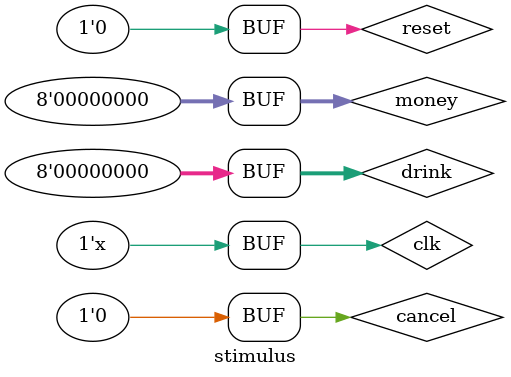
<source format=v>
module stimulus ;

reg clk, reset, cancel ;
reg [7:0] money, drink ;


parameter tea = 8'd10 ;
parameter coke = 8'd15 ;
parameter coffee = 8'd20 ;
parameter milk = 8'd25 ;

SaleMachine salemachine( clk, reset, cancel, money, drink ) ;

initial clk = 1'b0;
always #5 clk = ~clk;

initial 
begin
$display( "B1 START\n" ) ;
reset = 1'b1 ;
drink = 8'b0 ;
cancel = 1'b0 ;
money = 8'd0 ;
#10	reset = 1'b0 ;
#5	money = 8'd10 ;
#20 money = 8'd1 ;
#20 money = 8'd10 ;
#10 drink = coffee ;
	money = 8'd0 ;
#30 drink = 8'd0 ;
#10	$display( "B1 END\n" ) ;
	$display( "B2 START\n" ) ;
#10	drink = 8'd0 ;
	reset = 1'b1 ;
	cancel = 1'b0 ;
	money = 8'd0 ;
#10	reset = 1'b0 ;
#5	money = 8'd5 ;
#10	money = 8'd10 ;
#10	cancel = 1'b1 ;
	money = 8'd0 ;
#10	cancel = 1'b0 ;
#20	money = 8'd10 ;
#20	money = 8'd10 ;
#10	money = 8'd1 ;
#20	money = 8'd1 ;
#20	money = 8'd1 ;
#20	money = 8'd1 ;
#20	money = 8'd1 ;
#10 drink = milk ;
	money = 8'd0 ;
#30 drink = 8'd0 ;
	$display( "B2 END\n" ) ;
	$display( "B3 START\n" ) ;
#10	drink = 8'd0 ;
	reset = 1'b1 ;
	cancel = 1'b0 ;
	money = 8'd0 ;
#10	reset = 1'b0 ;
#5	money = 8'd5 ;
#10	money = 8'd10 ;
#20	cancel = 1'b1 ;
	money = 8'd0 ;
#10	cancel = 1'b0 ;
#20	money = 8'd10 ;
#20	money = 8'd10 ;
#10 drink = coke ;
	money = 8'd0 ;
#30 drink = 8'd0 ;
#10	money = 8'd10 ;
#20 money = 8'd10 ;
#10 drink = milk ;
	money = 8'd0 ;
#30	drink = 8'd0 ;
#10 money = 8'd10 ;
#10 drink = tea ;
	money = 8'd0 ;
#30	drink = 8'd0 ;
#10 money = 8'd50 ;
#10 drink = coffee ;
	money = 8'd0 ;
#30	drink = 8'd0 ;
	$display( "B3 END\n" ) ;
end
endmodule
</source>
